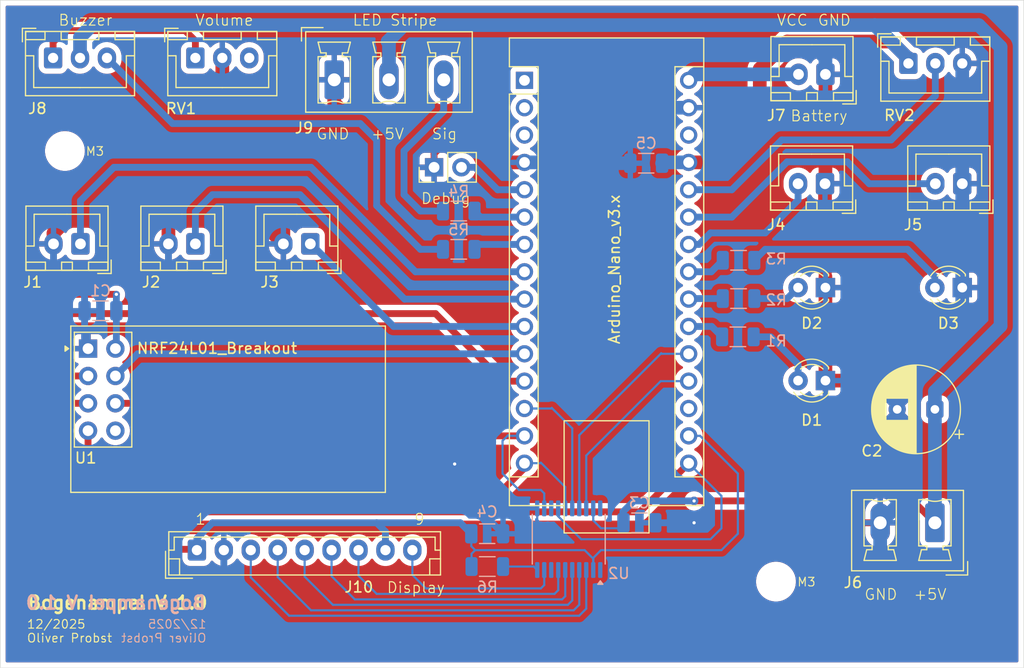
<source format=kicad_pcb>
(kicad_pcb (version 20241229) (generator "pcbnew") (generator_version "9.0")
  (title_block (comment 4 "AISLER Project ID: RWVXBLPV"))
  (layers (0 "F.Cu" signal) (2 "B.Cu" signal) (13 "F.Paste" user) (15 "B.Paste" user) (5 "F.SilkS" user "F.Silkscreen") (7 "B.SilkS" user "B.Silkscreen") (1 "F.Mask" user) (3 "B.Mask" user) (25 "Edge.Cuts" user))
  (net 0 "")
  (net 1 "/UI_RES")
  (net 2 "/CE_NRF")
  (net 3 "Net-(A2-A4)")
  (net 5 "/SPI.MISO")
  (net 6 "-BATT")
  (net 7 "Net-(A2-D4)")
  (net 10 "Net-(A2-A7)")
  (net 11 "Net-(A2-A2)")
  (net 12 "Net-(A2-D2)")
  (net 13 "/SPI.SCK")
  (net 14 "Net-(A2-D7)")
  (net 15 "Net-(A2-D5)")
  (net 17 "Net-(A2-A5)")
  (net 18 "/UI_DC{slash}RS")
  (net 19 "Net-(A2-D3)")
  (net 20 "/CS_NRF")
  (net 21 "/SPI.MOSI")
  (net 22 "Net-(A2-A3)")
  (net 23 "+3.3V")
  (net 24 "Net-(A2-A6)")
  (net 25 "+5V")
  (net 26 "+BATT")
  (net 27 "Net-(A2-D6)")
  (net 29 "Net-(U2-OE)")
  (net 30 "Net-(D1-A)")
  (net 31 "Net-(D2-A)")
  (net 32 "Net-(D3-A)")
  (net 33 "Net-(J8-Pin_3)")
  (net 34 "Net-(J8-Pin_1)")
  (net 37 "/<NO NET>")
  (net 38 "/DSPL_DC{slash}RS")
  (net 39 "/DSPL_MISO")
  (net 43 "/DSPL_RES")
  (net 44 "/DSPL_SCK")
  (net 46 "/DSPL_MOSI")
  (net 47 "/DSPL_CS")
  (net 48 "Net-(J9-Pin_3)")
  (footprint "LED_THT:LED_D3.0mm" (layer "F.Cu") (at 164.592 84.328 180)
    (property "Reference" "D1" (at 1.27 -3.672 0) (layer "F.SilkS"))
    (property "Value" "LED")
    (pad "1" thru_hole rect (at 0 0 180) (size 1.8 1.8) (drill 0.9) (layers "*.Cu" "*.Mask") (net 6 "-BATT"))
    (pad "2" thru_hole circle (at 2.54 0 180) (size 1.8 1.8) (drill 0.9) (layers "*.Cu" "*.Mask") (net 30 "Net-(D1-A)"))
  )
  (footprint "RF_Module:nRF24L01_Breakout" (layer "F.Cu") (at 96.1465 81.359)
    (property "Reference" "U1" (at -0.2185 10.157 0) (layer "F.SilkS"))
    (property "Value" "NRF24L01_Breakout" (at 11.9735 -0.031 0) (layer "F.SilkS"))
    (pad "1" thru_hole rect (at 0 0) (size 1.7 1.7) (drill 1) (layers "*.Cu" "*.Mask") (net 6 "-BATT"))
    (pad "2" thru_hole circle (at 2.54 0) (size 1.7 1.7) (drill 1) (layers "*.Cu" "*.Mask") (net 23 "+3.3V"))
    (pad "3" thru_hole circle (at 0 2.54) (size 1.7 1.7) (drill 1) (layers "*.Cu" "*.Mask") (net 2 "/CE_NRF"))
    (pad "4" thru_hole circle (at 2.54 2.54) (size 1.7 1.7) (drill 1) (layers "*.Cu" "*.Mask") (net 20 "/CS_NRF"))
    (pad "5" thru_hole circle (at 0 5.08) (size 1.7 1.7) (drill 1) (layers "*.Cu" "*.Mask") (net 13 "/SPI.SCK"))
    (pad "6" thru_hole circle (at 2.54 5.08) (size 1.7 1.7) (drill 1) (layers "*.Cu" "*.Mask") (net 5 "/SPI.MISO"))
    (pad "7" thru_hole circle (at 0 7.62) (size 1.7 1.7) (drill 1) (layers "*.Cu" "*.Mask") (net 21 "/SPI.MOSI"))
    (pad "8" thru_hole circle (at 2.54 7.62) (size 1.7 1.7) (drill 1) (layers "*.Cu" "*.Mask"))
  )
  (footprint "Connector_JST:JST_XH_B2B-XH-A_1x02_P2.50mm_Vertical" (layer "F.Cu") (at 95.4425 71.628 180)
    (property "Reference" "J1" (at 4.4425 -3.55 180) (layer "F.SilkS"))
    (property "Value" "Input 1")
    (pad "1" thru_hole roundrect (at 0 0 180) (size 1.7 2) (drill 1) (layers "*.Cu" "*.Mask") (roundrect_rratio 0.147059) (net 15 "Net-(A2-D5)"))
    (pad "2" thru_hole oval (at 2.5 0 180) (size 1.7 2) (drill 1) (layers "*.Cu" "*.Mask") (net 6 "-BATT"))
  )
  (footprint "Module:Arduino_Nano" (layer "F.Cu") (at 136.656 56.44)
    (property "Reference" "A2" (hide yes))
    (property "Value" "Arduino_Nano_v3.x" (at 8.344 17.56 90) (layer "F.SilkS"))
    (pad "1" thru_hole rect (at 0 0) (size 1.6 1.6) (drill 1) (layers "*.Cu" "*.Mask"))
    (pad "2" thru_hole oval (at 0 2.54) (size 1.6 1.6) (drill 1) (layers "*.Cu" "*.Mask"))
    (pad "3" thru_hole oval (at 0 5.08) (size 1.6 1.6) (drill 1) (layers "*.Cu" "*.Mask"))
    (pad "4" thru_hole oval (at 0 7.62) (size 1.6 1.6) (drill 1) (layers "*.Cu" "*.Mask") (net 6 "-BATT"))
    (pad "5" thru_hole oval (at 0 10.16) (size 1.6 1.6) (drill 1) (layers "*.Cu" "*.Mask") (net 12 "Net-(A2-D2)"))
    (pad "6" thru_hole oval (at 0 12.7) (size 1.6 1.6) (drill 1) (layers "*.Cu" "*.Mask") (net 19 "Net-(A2-D3)"))
    (pad "7" thru_hole oval (at 0 15.24) (size 1.6 1.6) (drill 1) (layers "*.Cu" "*.Mask") (net 7 "Net-(A2-D4)"))
    (pad "8" thru_hole oval (at 0 17.78) (size 1.6 1.6) (drill 1) (layers "*.Cu" "*.Mask") (net 15 "Net-(A2-D5)"))
    (pad "9" thru_hole oval (at 0 20.32) (size 1.6 1.6) (drill 1) (layers "*.Cu" "*.Mask") (net 27 "Net-(A2-D6)"))
    (pad "10" thru_hole oval (at 0 22.86) (size 1.6 1.6) (drill 1) (layers "*.Cu" "*.Mask") (net 14 "Net-(A2-D7)"))
    (pad "11" thru_hole oval (at 0 25.4) (size 1.6 1.6) (drill 1) (layers "*.Cu" "*.Mask") (net 20 "/CS_NRF"))
    (pad "12" thru_hole oval (at 0 27.94) (size 1.6 1.6) (drill 1) (layers "*.Cu" "*.Mask") (net 2 "/CE_NRF"))
    (pad "13" thru_hole oval (at 0 30.48) (size 1.6 1.6) (drill 1) (layers "*.Cu" "*.Mask") (net 18 "/UI_DC{slash}RS"))
    (pad "14" thru_hole oval (at 0 33.02) (size 1.6 1.6) (drill 1) (layers "*.Cu" "*.Mask") (net 5 "/SPI.MISO"))
    (pad "15" thru_hole oval (at 0 35.56) (size 1.6 1.6) (drill 1) (layers "*.Cu" "*.Mask") (net 21 "/SPI.MOSI"))
    (pad "16" thru_hole oval (at 15.24 35.56) (size 1.6 1.6) (drill 1) (layers "*.Cu" "*.Mask") (net 13 "/SPI.SCK"))
    (pad "17" thru_hole oval (at 15.24 33.02) (size 1.6 1.6) (drill 1) (layers "*.Cu" "*.Mask") (net 23 "+3.3V"))
    (pad "18" thru_hole oval (at 15.24 30.48) (size 1.6 1.6) (drill 1) (layers "*.Cu" "*.Mask"))
    (pad "19" thru_hole oval (at 15.24 27.94) (size 1.6 1.6) (drill 1) (layers "*.Cu" "*.Mask") (net 37 "/<NO NET>"))
    (pad "20" thru_hole oval (at 15.24 25.4) (size 1.6 1.6) (drill 1) (layers "*.Cu" "*.Mask") (net 1 "/UI_RES"))
    (pad "21" thru_hole oval (at 15.24 22.86) (size 1.6 1.6) (drill 1) (layers "*.Cu" "*.Mask") (net 11 "Net-(A2-A2)"))
    (pad "22" thru_hole oval (at 15.24 20.32) (size 1.6 1.6) (drill 1) (layers "*.Cu" "*.Mask") (net 22 "Net-(A2-A3)"))
    (pad "23" thru_hole oval (at 15.24 17.78) (size 1.6 1.6) (drill 1) (layers "*.Cu" "*.Mask") (net 3 "Net-(A2-A4)"))
    (pad "24" thru_hole oval (at 15.24 15.24) (size 1.6 1.6) (drill 1) (layers "*.Cu" "*.Mask") (net 17 "Net-(A2-A5)"))
    (pad "25" thru_hole oval (at 15.24 12.7) (size 1.6 1.6) (drill 1) (layers "*.Cu" "*.Mask") (net 24 "Net-(A2-A6)"))
    (pad "26" thru_hole oval (at 15.24 10.16) (size 1.6 1.6) (drill 1) (layers "*.Cu" "*.Mask") (net 10 "Net-(A2-A7)"))
    (pad "27" thru_hole oval (at 15.24 7.62) (size 1.6 1.6) (drill 1) (layers "*.Cu" "*.Mask") (net 25 "+5V"))
    (pad "28" thru_hole oval (at 15.24 5.08) (size 1.6 1.6) (drill 1) (layers "*.Cu" "*.Mask"))
    (pad "29" thru_hole oval (at 15.24 2.54) (size 1.6 1.6) (drill 1) (layers "*.Cu" "*.Mask") (net 6 "-BATT"))
    (pad "30" thru_hole oval (at 15.24 0) (size 1.6 1.6) (drill 1) (layers "*.Cu" "*.Mask") (net 26 "+BATT"))
  )
  (footprint "MountingHole:MountingHole_3.2mm_M3_ISO14580" (layer "F.Cu") (at 160 103)
    (property "Reference" "REF**" (hide yes))
    (property "Value" "MountingHole_3.2mm_M3_ISO14580" (hide yes))
    (pad "" np_thru_hole circle (at 0 0) (size 3.2 3.2) (drill 3.2) (layers "*.Cu" "*.Mask"))
  )
  (footprint "Connector_JST:JST_EH_B9B-EH-A_1x09_P2.50mm_Vertical" (layer "F.Cu") (at 106.252 100.076)
    (property "Reference" "J10" (at 15.033 3.429 0) (layer "F.SilkS"))
    (property "Value" "Display")
    (pad "1" thru_hole roundrect (at 0 0) (size 1.7 1.95) (drill 0.95) (layers "*.Cu" "*.Mask") (roundrect_rratio 0.147059) (net 23 "+3.3V"))
    (pad "2" thru_hole oval (at 2.5 0) (size 1.7 1.95) (drill 0.95) (layers "*.Cu" "*.Mask") (net 6 "-BATT"))
    (pad "3" thru_hole oval (at 5 0) (size 1.7 1.95) (drill 0.95) (layers "*.Cu" "*.Mask") (net 47 "/DSPL_CS"))
    (pad "4" thru_hole oval (at 7.5 0) (size 1.7 1.95) (drill 0.95) (layers "*.Cu" "*.Mask") (net 43 "/DSPL_RES"))
    (pad "5" thru_hole oval (at 10 0) (size 1.7 1.95) (drill 0.95) (layers "*.Cu" "*.Mask") (net 38 "/DSPL_DC{slash}RS"))
    (pad "6" thru_hole oval (at 12.5 0) (size 1.7 1.95) (drill 0.95) (layers "*.Cu" "*.Mask") (net 46 "/DSPL_MOSI"))
    (pad "7" thru_hole oval (at 15 0) (size 1.7 1.95) (drill 0.95) (layers "*.Cu" "*.Mask") (net 44 "/DSPL_SCK"))
    (pad "8" thru_hole oval (at 17.5 0) (size 1.7 1.95) (drill 0.95) (layers "*.Cu" "*.Mask") (net 23 "+3.3V"))
    (pad "9" thru_hole oval (at 20 0) (size 1.7 1.95) (drill 0.95) (layers "*.Cu" "*.Mask") (net 39 "/DSPL_MISO"))
  )
  (footprint "LED_THT:LED_D3.0mm" (layer "F.Cu") (at 164.592 75.692 180)
    (property "Reference" "D2" (at 1.27 -3.308 0) (layer "F.SilkS"))
    (property "Value" "LED")
    (pad "1" thru_hole rect (at 0 0 180) (size 1.8 1.8) (drill 0.9) (layers "*.Cu" "*.Mask") (net 6 "-BATT"))
    (pad "2" thru_hole circle (at 2.54 0 180) (size 1.8 1.8) (drill 0.9) (layers "*.Cu" "*.Mask") (net 31 "Net-(D2-A)"))
  )
  (footprint "Connector_Phoenix_MC_HighVoltage:PhoenixContact_MCV_1,5_3-G-5.08_1x03_P5.08mm_Vertical" (layer "F.Cu") (at 118.9985 56.388)
    (property "Reference" "J9" (at -2.804 4.476 0) (layer "F.SilkS"))
    (property "Value" "WS2812B Stripe Timer")
    (pad "1" thru_hole roundrect (at 0 0) (size 1.8 3.6) (drill 1.2) (layers "*.Cu" "*.Mask") (roundrect_rratio 0.138889) (net 6 "-BATT"))
    (pad "2" thru_hole oval (at 5.08 0) (size 1.8 3.6) (drill 1.2) (layers "*.Cu" "*.Mask") (net 25 "+5V"))
    (pad "3" thru_hole oval (at 10.16 0) (size 1.8 3.6) (drill 1.2) (layers "*.Cu" "*.Mask") (net 48 "Net-(J9-Pin_3)"))
  )
  (footprint "Connector_JST:JST_XH_B3B-XH-A_1x03_P2.50mm_Vertical" (layer "F.Cu") (at 106.1105 54.356)
    (property "Reference" "RV1" (at -1.3355 4.699 0) (layer "F.SilkS"))
    (property "Value" "R_Potentiometer")
    (pad "1" thru_hole roundrect (at 0 0) (size 1.7 1.95) (drill 0.95) (layers "*.Cu" "*.Mask") (roundrect_rratio 0.147059) (net 34 "Net-(J8-Pin_1)"))
    (pad "2" thru_hole oval (at 2.5 0) (size 1.7 1.95) (drill 0.95) (layers "*.Cu" "*.Mask") (net 6 "-BATT"))
    (pad "3" thru_hole oval (at 5 0) (size 1.7 1.95) (drill 0.95) (layers "*.Cu" "*.Mask"))
  )
  (footprint "LED_THT:LED_D3.0mm" (layer "F.Cu") (at 177.292 75.692 180)
    (property "Reference" "D3" (at 1.292 -3.308 0) (layer "F.SilkS"))
    (property "Value" "LED")
    (pad "1" thru_hole rect (at 0 0 180) (size 1.8 1.8) (drill 0.9) (layers "*.Cu" "*.Mask") (net 6 "-BATT"))
    (pad "2" thru_hole circle (at 2.54 0 180) (size 1.8 1.8) (drill 0.9) (layers "*.Cu" "*.Mask") (net 32 "Net-(D3-A)"))
  )
  (footprint "Connector_PinHeader_2.54mm:PinHeader_1x02_P2.54mm_Vertical" (layer "F.Cu") (at 128.265 64.516 90)
    (property "Reference" "JD1" (hide yes))
    (property "Value" "Debug")
    (pad "1" thru_hole rect (at 0 0 90) (size 1.7 1.7) (drill 1) (layers "*.Cu" "*.Mask") (net 6 "-BATT"))
    (pad "2" thru_hole circle (at 0 2.54 90) (size 1.7 1.7) (drill 1) (layers "*.Cu" "*.Mask") (net 12 "Net-(A2-D2)"))
  )
  (footprint "Connector_Phoenix_MC_HighVoltage:PhoenixContact_MCV_1,5_2-G-5.08_1x02_P5.08mm_Vertical" (layer "F.Cu") (at 174.752 97.536 180)
    (property "Reference" "J6" (at 7.6075 -5.55 0) (layer "F.SilkS"))
    (property "Value" "Power Bank")
    (pad "1" thru_hole roundrect (at 0 0 180) (size 1.8 3.6) (drill 1.2) (layers "*.Cu" "*.Mask") (roundrect_rratio 0.138889) (net 25 "+5V"))
    (pad "2" thru_hole oval (at 5.08 0 180) (size 1.8 3.6) (drill 1.2) (layers "*.Cu" "*.Mask") (net 6 "-BATT"))
  )
  (footprint "Connector_JST:JST_XH_B2B-XH-A_1x02_P2.50mm_Vertical" (layer "F.Cu") (at 164.552 66.04 180)
    (property "Reference" "J4" (at 4.532 -3.81 0) (layer "F.SilkS"))
    (property "Value" "Input 4")
    (pad "1" thru_hole roundrect (at 0 0 180) (size 1.7 2) (drill 1) (layers "*.Cu" "*.Mask") (roundrect_rratio 0.147059) (net 6 "-BATT"))
    (pad "2" thru_hole oval (at 2.5 0 180) (size 1.7 2) (drill 1) (layers "*.Cu" "*.Mask") (net 17 "Net-(A2-A5)"))
  )
  (footprint "Connector_JST:JST_XH_B2B-XH-A_1x02_P2.50mm_Vertical" (layer "F.Cu") (at 177.292 66.04 180)
    (property "Reference" "J5" (at 4.572 -3.81 0) (layer "F.SilkS"))
    (property "Value" "Input 5")
    (pad "1" thru_hole roundrect (at 0 0 180) (size 1.7 2) (drill 1) (layers "*.Cu" "*.Mask") (roundrect_rratio 0.147059) (net 6 "-BATT"))
    (pad "2" thru_hole oval (at 2.5 0 180) (size 1.7 2) (drill 1) (layers "*.Cu" "*.Mask") (net 24 "Net-(A2-A6)"))
  )
  (footprint "Connector_JST:JST_XH_B3B-XH-A_1x03_P2.50mm_Vertical" (layer "F.Cu") (at 172.292 54.864)
    (property "Reference" "RV2" (at -0.842 4.826 0) (layer "F.SilkS"))
    (property "Value" "Input 6")
    (pad "1" thru_hole roundrect (at 0 0) (size 1.7 1.95) (drill 0.95) (layers "*.Cu" "*.Mask") (roundrect_rratio 0.147059) (net 25 "+5V"))
    (pad "2" thru_hole oval (at 2.5 0) (size 1.7 1.95) (drill 0.95) (layers "*.Cu" "*.Mask") (net 10 "Net-(A2-A7)"))
    (pad "3" thru_hole oval (at 5 0) (size 1.7 1.95) (drill 0.95) (layers "*.Cu" "*.Mask") (net 6 "-BATT"))
  )
  (footprint "Connector_JST:JST_XH_B2B-XH-A_1x02_P2.50mm_Vertical" (layer "F.Cu") (at 116.7785 71.628 180)
    (property "Reference" "J3" (at 3.7785 -3.55 180) (layer "F.SilkS"))
    (property "Value" "Input 3")
    (pad "1" thru_hole roundrect (at 0 0 180) (size 1.7 2) (drill 1) (layers "*.Cu" "*.Mask") (roundrect_rratio 0.147059) (net 14 "Net-(A2-D7)"))
    (pad "2" thru_hole oval (at 2.5 0 180) (size 1.7 2) (drill 1) (layers "*.Cu" "*.Mask") (net 6 "-BATT"))
  )
  (footprint "MountingHole:MountingHole_3.2mm_M3_ISO14580" (layer "F.Cu") (at 94 63)
    (property "Reference" "REF**" (hide yes))
    (property "Value" "MountingHole_3.2mm_M3_ISO14580" (hide yes))
    (pad "" np_thru_hole circle (at 0 0) (size 3.2 3.2) (drill 3.2) (layers "*.Cu" "*.Mask"))
  )
  (footprint "Connector_JST:JST_XH_B2B-XH-A_1x02_P2.50mm_Vertical" (layer "F.Cu") (at 106.1105 71.628 180)
    (property "Reference" "J2" (at 4.1105 -3.55 180) (layer "F.SilkS"))
    (property "Value" "Input 2")
    (pad "1" thru_hole roundrect (at 0 0 180) (size 1.7 2) (drill 1) (layers "*.Cu" "*.Mask") (roundrect_rratio 0.147059) (net 27 "Net-(A2-D6)"))
    (pad "2" thru_hole oval (at 2.5 0 180) (size 1.7 2) (drill 1) (layers "*.Cu" "*.Mask") (net 6 "-BATT"))
  )
  (footprint "Connector_JST:JST_XH_B2B-XH-A_1x02_P2.50mm_Vertical" (layer "F.Cu") (at 164.592 55.88 180)
    (property "Reference" "J7" (at 4.572 -3.81 0) (layer "F.SilkS"))
    (property "Value" "Battery" (hide yes))
    (pad "1" thru_hole roundrect (at 0 0 180) (size 1.7 2) (drill 1) (layers "*.Cu" "*.Mask") (roundrect_rratio 0.147059) (net 6 "-BATT"))
    (pad "2" thru_hole oval (at 2.5 0 180) (size 1.7 2) (drill 1) (layers "*.Cu" "*.Mask") (net 26 "+BATT"))
  )
  (footprint "Connector_JST:JST_XH_B3B-XH-A_1x03_P2.50mm_Vertical" (layer "F.Cu") (at 92.9025 54.356)
    (property "Reference" "J8" (at -1.4625 4.699 0) (layer "F.SilkS"))
    (property "Value" "KY-006")
    (pad "1" thru_hole roundrect (at 0 0) (size 1.7 1.95) (drill 0.95) (layers "*.Cu" "*.Mask") (roundrect_rratio 0.147059) (net 34 "Net-(J8-Pin_1)"))
    (pad "2" thru_hole oval (at 2.5 0) (size 1.7 1.95) (drill 0.95) (layers "*.Cu" "*.Mask") (net 25 "+5V"))
    (pad "3" thru_hole oval (at 5 0) (size 1.7 1.95) (drill 0.95) (layers "*.Cu" "*.Mask") (net 33 "Net-(J8-Pin_3)"))
  )
  (footprint "Capacitor_THT:CP_Radial_D8.0mm_P3.50mm" (layer "F.Cu") (at 174.752 87 180)
    (property "Reference" "C2" (at 5.848651 -3.864 0) (layer "F.SilkS"))
    (property "Value" "1000µF")
    (pad "1" thru_hole roundrect (at 0 0 180) (size 1.6 1.6) (drill 0.8) (layers "*.Cu" "*.Mask") (roundrect_rratio 0.15625) (net 25 "+5V"))
    (pad "2" thru_hole circle (at 3.5 0 180) (size 1.6 1.6) (drill 0.8) (layers "*.Cu" "*.Mask") (net 6 "-BATT"))
  )
  (footprint "Capacitor_SMD:C_1206_3216Metric" (layer "B.Cu") (at 97.301 77.84 180)
    (property "Reference" "C1" (at 0 1.85 0) (layer "B.SilkS") (effects (justify mirror)))
    (property "Value" "10µF")
    (pad "1" smd roundrect (at -1.475 0 180) (size 1.15 1.8) (layers "B.Cu" "B.Mask" "B.Paste") (roundrect_rratio 0.217391) (net 23 "+3.3V"))
    (pad "2" smd roundrect (at 1.475 0 180) (size 1.15 1.8) (layers "B.Cu" "B.Mask" "B.Paste") (roundrect_rratio 0.217391) (net 6 "-BATT"))
  )
  (footprint "Resistor_SMD:R_1206_3216Metric" (layer "B.Cu") (at 130.556 68.58 180)
    (property "Reference" "R4" (at 0 1.83 0) (layer "B.SilkS") (effects (justify mirror)))
    (property "Value" "330Ω")
    (pad "1" smd roundrect (at -1.4625 0 180) (size 1.125 1.75) (layers "B.Cu" "B.Mask" "B.Paste") (roundrect_rratio 0.222222) (net 19 "Net-(A2-D3)"))
    (pad "2" smd roundrect (at 1.4625 0 180) (size 1.125 1.75) (layers "B.Cu" "B.Mask" "B.Paste") (roundrect_rratio 0.222222) (net 48 "Net-(J9-Pin_3)"))
  )
  (footprint "Resistor_SMD:R_1206_3216Metric" (layer "B.Cu") (at 156.5255 76.708)
    (property "Reference" "R2" (at 3.4945 0.127 0) (layer "B.SilkS") (effects (justify mirror)))
    (property "Value" "330Ω")
    (pad "1" smd roundrect (at -1.4625 0) (size 1.125 1.75) (layers "B.Cu" "B.Mask" "B.Paste") (roundrect_rratio 0.222222) (net 22 "Net-(A2-A3)"))
    (pad "2" smd roundrect (at 1.4625 0) (size 1.125 1.75) (layers "B.Cu" "B.Mask" "B.Paste") (roundrect_rratio 0.222222) (net 31 "Net-(D2-A)"))
  )
  (footprint "Capacitor_SMD:C_1206_3216Metric" (layer "B.Cu") (at 133.194 98.552)
    (property "Reference" "C4" (at 0 -2.032 0) (layer "B.SilkS") (effects (justify mirror)))
    (property "Value" "100nF")
    (pad "1" smd roundrect (at -1.475 0) (size 1.15 1.8) (layers "B.Cu" "B.Mask" "B.Paste") (roundrect_rratio 0.217391) (net 23 "+3.3V"))
    (pad "2" smd roundrect (at 1.475 0) (size 1.15 1.8) (layers "B.Cu" "B.Mask" "B.Paste") (roundrect_rratio 0.217391) (net 6 "-BATT"))
  )
  (footprint "Resistor_SMD:R_1206_3216Metric" (layer "B.Cu") (at 133.2065 101.6 180)
    (property "Reference" "R6" (at 0 -1.905 0) (layer "B.SilkS") (effects (justify mirror)))
    (property "Value" "10kΩ")
    (pad "1" smd roundrect (at -1.4625 0 180) (size 1.125 1.75) (layers "B.Cu" "B.Mask" "B.Paste") (roundrect_rratio 0.222222) (net 29 "Net-(U2-OE)"))
    (pad "2" smd roundrect (at 1.4625 0 180) (size 1.125 1.75) (layers "B.Cu" "B.Mask" "B.Paste") (roundrect_rratio 0.222222) (net 23 "+3.3V"))
  )
  (footprint "Capacitor_SMD:C_1206_3216Metric" (layer "B.Cu") (at 147.955 64.135 180)
    (property "Reference" "C5" (at 0 1.85 0) (layer "B.SilkS") (effects (justify mirror)))
    (property "Value" "100nF")
    (pad "1" smd roundrect (at -1.475 0 180) (size 1.15 1.8) (layers "B.Cu" "B.Mask" "B.Paste") (roundrect_rratio 0.217391) (net 25 "+5V"))
    (pad "2" smd roundrect (at 1.475 0 180) (size 1.15 1.8) (layers "B.Cu" "B.Mask" "B.Paste") (roundrect_rratio 0.217391) (net 6 "-BATT"))
  )
  (footprint "Resistor_SMD:R_1206_3216Metric" (layer "B.Cu") (at 156.464 80.264)
    (property "Reference" "R1" (at 3.556 0.381 0) (layer "B.SilkS") (effects (justify mirror)))
    (property "Value" "330Ω")
    (pad "1" smd roundrect (at -1.4625 0) (size 1.125 1.75) (layers "B.Cu" "B.Mask" "B.Paste") (roundrect_rratio 0.222222) (net 11 "Net-(A2-A2)"))
    (pad "2" smd roundrect (at 1.4625 0) (size 1.125 1.75) (layers "B.Cu" "B.Mask" "B.Paste") (roundrect_rratio 0.222222) (net 30 "Net-(D1-A)"))
  )
  (footprint "Resistor_SMD:R_1206_3216Metric" (layer "B.Cu") (at 156.5255 73.152)
    (property "Reference" "R3" (at 3.4945 -0.127 0) (layer "B.SilkS") (effects (justify mirror)))
    (property "Value" "330Ω")
    (pad "1" smd roundrect (at -1.4625 0) (size 1.125 1.75) (layers "B.Cu" "B.Mask" "B.Paste") (roundrect_rratio 0.222222) (net 3 "Net-(A2-A4)"))
    (pad "2" smd roundrect (at 1.4625 0) (size 1.125 1.75) (layers "B.Cu" "B.Mask" "B.Paste") (roundrect_rratio 0.222222) (net 32 "Net-(D3-A)"))
  )
  (footprint "Resistor_SMD:R_1206_3216Metric" (layer "B.Cu") (at 130.556 72.136 180)
    (property "Reference" "R5" (at 0 1.83 0) (layer "B.SilkS") (effects (justify mirror)))
    (property "Value" "100Ω")
    (pad "1" smd roundrect (at -1.4625 0 180) (size 1.125 1.75) (layers "B.Cu" "B.Mask" "B.Paste") (roundrect_rratio 0.222222) (net 7 "Net-(A2-D4)"))
    (pad "2" smd roundrect (at 1.4625 0 180) (size 1.125 1.75) (layers "B.Cu" "B.Mask" "B.Paste") (roundrect_rratio 0.222222) (net 33 "Net-(J8-Pin_3)"))
  )
  (footprint "Capacitor_SMD:C_1206_3216Metric" (layer "B.Cu") (at 147.32 97.536 180)
    (property "Reference" "C3" (at 0 1.85 0) (layer "B.SilkS") (effects (justify mirror)))
    (property "Value" "100nF")
    (pad "1" smd roundrect (at -1.475 0 180) (size 1.15 1.8) (layers "B.Cu" "B.Mask" "B.Paste") (roundrect_rratio 0.217391) (net 6 "-BATT"))
    (pad "2" smd roundrect (at 1.475 0 180) (size 1.15 1.8) (layers "B.Cu" "B.Mask" "B.Paste") (roundrect_rratio 0.217391) (net 25 "+5V"))
  )
  (footprint "Package_SO:TSSOP-20_4.4x6.5mm_P0.65mm" (layer "B.Cu") (at 140.765 99.06 90)
    (property "Reference" "U2" (at -3.175 4.65 180) (layer "B.SilkS") (effects (justify mirror)))
    (property "Value" "TXS0108EPW")
    (pad "1" smd roundrect (at -2.8625 2.925 90) (size 1.475 0.4) (layers "B.Cu" "B.Mask" "B.Paste"))
    (pad "2" smd roundrect (at -2.8625 2.275 90) (size 1.475 0.4) (layers "B.Cu" "B.Mask" "B.Paste") (net 23 "+3.3V"))
    (pad "3" smd roundrect (at -2.8625 1.625 90) (size 1.475 0.4) (layers "B.Cu" "B.Mask" "B.Paste") (net 47 "/DSPL_CS"))
    (pad "4" smd roundrect (at -2.8625 0.975 90) (size 1.475 0.4) (layers "B.Cu" "B.Mask" "B.Paste") (net 43 "/DSPL_RES"))
    (pad "5" smd roundrect (at -2.8625 0.325 90) (size 1.475 0.4) (layers "B.Cu" "B.Mask" "B.Paste") (net 38 "/DSPL_DC{slash}RS"))
    (pad "6" smd roundrect (at -2.8625 -0.325 90) (size 1.475 0.4) (layers "B.Cu" "B.Mask" "B.Paste") (net 46 "/DSPL_MOSI"))
    (pad "7" smd roundrect (at -2.8625 -0.975 90) (size 1.475 0.4) (layers "B.Cu" "B.Mask" "B.Paste") (net 44 "/DSPL_SCK"))
    (pad "8" smd roundrect (at -2.8625 -1.625 90) (size 1.475 0.4) (layers "B.Cu" "B.Mask" "B.Paste"))
    (pad "9" smd roundrect (at -2.8625 -2.275 90) (size 1.475 0.4) (layers "B.Cu" "B.Mask" "B.Paste") (net 39 "/DSPL_MISO"))
    (pad "10" smd roundrect (at -2.8625 -2.925 90) (size 1.475 0.4) (layers "B.Cu" "B.Mask" "B.Paste") (net 29 "Net-(U2-OE)"))
    (pad "11" smd roundrect (at 2.8625 -2.925 90) (size 1.475 0.4) (layers "B.Cu" "B.Mask" "B.Paste") (net 6 "-BATT"))
    (pad "12" smd roundrect (at 2.8625 -2.275 90) (size 1.475 0.4) (layers "B.Cu" "B.Mask" "B.Paste") (net 5 "/SPI.MISO"))
    (pad "13" smd roundrect (at 2.8625 -1.625 90) (size 1.475 0.4) (layers "B.Cu" "B.Mask" "B.Paste"))
    (pad "14" smd roundrect (at 2.8625 -0.975 90) (size 1.475 0.4) (layers "B.Cu" "B.Mask" "B.Paste") (net 13 "/SPI.SCK"))
    (pad "15" smd roundrect (at 2.8625 -0.325 90) (size 1.475 0.4) (layers "B.Cu" "B.Mask" "B.Paste") (net 21 "/SPI.MOSI"))
    (pad "16" smd roundrect (at 2.8625 0.325 90) (size 1.475 0.4) (layers "B.Cu" "B.Mask" "B.Paste") (net 18 "/UI_DC{slash}RS"))
    (pad "17" smd roundrect (at 2.8625 0.975 90) (size 1.475 0.4) (layers "B.Cu" "B.Mask" "B.Paste") (net 1 "/UI_RES"))
    (pad "18" smd roundrect (at 2.8625 1.625 90) (size 1.475 0.4) (layers "B.Cu" "B.Mask" "B.Paste") (net 37 "/<NO NET>"))
    (pad "19" smd roundrect (at 2.8625 2.275 90) (size 1.475 0.4) (layers "B.Cu" "B.Mask" "B.Paste") (net 25 "+5V"))
    (pad "20" smd roundrect (at 2.8625 2.925 90) (size 1.475 0.4) (layers "B.Cu" "B.Mask" "B.Paste"))
  )
  (gr_rect (start 88 49) (end 183 111) (stroke (width 0.05)) (fill no) (layer "Edge.Cuts"))
  (gr_text "Buzzer\n" (at 93.345 51.435 0) (layer "F.SilkS") (effects (font (size 1 1) (thickness 0.1)) (justify left bottom)))
  (gr_text "1" (at 106.045 97.79 0) (layer "F.SilkS") (effects (font (size 1 1) (thickness 0.1)) (justify left bottom)))
  (gr_text "9" (at 126.365 97.79 0) (layer "F.SilkS") (effects (font (size 1 1) (thickness 0.1)) (justify left bottom)))
  (gr_text "GND" (at 117.2865 62 0) (layer "F.SilkS") (effects (font (size 1 1) (thickness 0.1)) (justify left bottom)))
  (gr_text "Volume" (at 106.045 51.435 0) (layer "F.SilkS") (effects (font (size 1 1) (thickness 0.1)) (justify left bottom)))
  (gr_text "GND" (at 168.148 104.775 0) (layer "F.SilkS") (effects (font (size 1 1) (thickness 0.1)) (justify left bottom)))
  (gr_text "+5V" (at 122.3665 62 0) (layer "F.SilkS") (effects (font (size 1 1) (thickness 0.1)) (justify left bottom)))
  (gr_text "M3" (at 161.925 103.505 0) (layer "F.SilkS") (effects (font (size 0.8 0.8) (thickness 0.1)) (justify left bottom)))
  (gr_text "LED Stripe" (at 120.65 51.435 0) (layer "F.SilkS") (effects (font (size 1 1) (thickness 0.1)) (justify left bottom)))
  (gr_text "GND" (at 163.83 51.435 0) (layer "F.SilkS") (effects (font (size 1 1) (thickness 0.1)) (justify left bottom)))
  (gr_text "Sig" (at 128 62 0) (layer "F.SilkS") (effects (font (size 1 1) (thickness 0.1)) (justify left bottom)))
  (gr_text "Battery" (at 161.29 60.325 0) (layer "F.SilkS") (effects (font (size 1 1) (thickness 0.1)) (justify left bottom)))
  (gr_text "VCC" (at 160.02 51.435 0) (layer "F.SilkS") (effects (font (size 1 1) (thickness 0.1)) (justify left bottom)))
  (gr_text "Debug" (at 127 68 0) (layer "F.SilkS") (effects (font (size 1 1) (thickness 0.1)) (justify left bottom)))
  (gr_text "Bogenampel V 1.0" (at 90.424 105.664 0) (layer "F.SilkS") (effects (font (size 1.2 1.2) (thickness 0.24) (bold yes)) (justify left bottom)))
  (gr_text "Display" (at 123.825 104.14 0) (layer "F.SilkS") (effects (font (size 1 1) (thickness 0.1)) (justify left bottom)))
  (gr_text "M3" (at 95.885 63.5 0) (layer "F.SilkS") (effects (font (size 0.8 0.8) (thickness 0.1)) (justify left bottom)))
  (gr_text "12/2025\nOliver Probst" (at 90.424 108.712 0) (layer "F.SilkS") (effects (font (size 0.8 0.8) (thickness 0.1)) (justify left bottom)))
  (gr_text "+5V" (at 172.72 104.775 0) (layer "F.SilkS") (effects (font (size 1 1) (thickness 0.1)) (justify left bottom)))
  (gr_text "12/2025\nOliver Probst" (at 107.188 108.712 0) (layer "B.SilkS") (effects (font (size 0.8 0.8) (thickness 0.1)) (justify left bottom mirror)))
  (gr_text "Bogenampel V 1.0" (at 107.188 105.664 -0) (layer "B.SilkS") (effects (font (size 1.2 1.2) (thickness 0.24) (bold yes)) (justify left bottom mirror)))
  (segment (start 149.352 81.788) (end 149.404 81.84) (width 0.2) (layer "B.Cu") (net 1))
  (segment (start 141.74 96.1975) (end 141.74 89.4) (width 0.2) (layer "B.Cu") (net 1))
  (segment (start 149.404 81.84) (end 151.896 81.84) (width 0.2) (layer "B.Cu") (net 1))
  (segment (start 141.74 89.4) (end 149.352 81.788) (width 0.2) (layer "B.Cu") (net 1))
  (segment (start 94.105282 78.105) (end 128.397 78.105) (width 0.635) (layer "F.Cu") (net 2))
  (segment (start 93.732 83.899) (end 92.71 82.877) (width 0.635) (layer "F.Cu") (net 2))
  (segment (start 92.71 79.500282) (end 94.105282 78.105) (width 0.635) (layer "F.Cu") (net 2))
  (segment (start 96.1465 83.899) (end 93.732 83.899) (width 0.635) (layer "F.Cu") (net 2))
  (segment (start 128.397 78.105) (end 134.672 84.38) (width 0.635) (layer "F.Cu") (net 2))
  (segment (start 134.672 84.38) (end 136.656 84.38) (width 0.635) (layer "F.Cu") (net 2))
  (segment (start 92.71 82.877) (end 92.71 79.500282) (width 0.635) (layer "F.Cu") (net 2))
  (segment (start 153.995 74.22) (end 155.063 73.152) (width 0.635) (layer "B.Cu") (net 3))
  (segment (start 151.896 74.22) (end 153.995 74.22) (width 0.635) (layer "B.Cu") (net 3))
  (segment (start 100.263 86.439) (end 98.6865 86.439) (width 0.635) (layer "F.Cu") (net 5))
  (segment (start 103.284 89.46) (end 100.263 86.439) (width 0.635) (layer "F.Cu") (net 5))
  (segment (start 136.656 89.46) (end 103.284 89.46) (width 0.635) (layer "F.Cu") (net 5))
  (segment (start 135.18 89.46) (end 136.656 89.46) (width 0.2) (layer "B.Cu") (net 5))
  (segment (start 138.49 94.802) (end 138.176 94.488) (width 0.2) (layer "B.Cu") (net 5))
  (segment (start 134.62 92.964) (end 134.62 89.916) (width 0.2) (layer "B.Cu") (net 5))
  (segment (start 134.62 89.916) (end 135.128 89.408) (width 0.2) (layer "B.Cu") (net 5))
  (segment (start 135.128 89.408) (end 135.18 89.46) (width 0.2) (layer "B.Cu") (net 5))
  (segment (start 138.49 96.1975) (end 138.49 94.802) (width 0.2) (layer "B.Cu") (net 5))
  (segment (start 138.176 94.488) (end 136.144 94.488) (width 0.2) (layer "B.Cu") (net 5))
  (segment (start 136.144 94.488) (end 134.62 92.964) (width 0.2) (layer "B.Cu") (net 5))
  (segment (start 152.4 97.536) (end 169.672 97.536) (width 0.635) (layer "F.Cu") (net 6))
  (segment (start 164.592 74.676) (end 164.592 82.804) (width 1.27) (layer "F.Cu") (net 6))
  (segment (start 103.6105 69.1095) (end 103.6105 71.628) (width 1.27) (layer "F.Cu") (net 6))
  (segment (start 114.2785 64.4945) (end 114.2785 71.628) (width 1.27) (layer "F.Cu") (net 6))
  (segment (start 164.592 55.88) (end 164.592 66) (width 1.27) (layer "F.Cu") (net 6))
  (segment (start 135.18 64.06) (end 132.588 61.468) (width 1.27) (layer "F.Cu") (net 6))
  (segment (start 128.265 64.516) (end 128.265 63.251) (width 0.635) (layer "F.Cu") (net 6))
  (segment (start 111.252 61.468) (end 114.2785 64.4945) (width 1.27) (layer "F.Cu") (net 6))
  (segment (start 170.236 84.328) (end 171.252 85.344) (width 1.27) (layer "F.Cu") (net 6))
  (segment (start 92.9425 70.6335) (end 92.9425 71.628) (width 1.27) (layer "F.Cu") (net 6))
  (segment (start 121.92 61.468) (end 118.9985 58.5465) (width 1.27) (layer "F.Cu") (net 6))
  (segment (start 164.552 66.04) (end 164.552 74.208) (width 1.27) (layer "F.Cu") (net 6))
  (segment (start 130.048 61.468) (end 121.92 61.468) (width 1.27) (layer "F.Cu") (net 6))
  (segment (start 111.76 69.088) (end 103.632 69.088) (width 1.27) (layer "F.Cu") (net 6))
  (segment (start 108.6105 58.8265) (end 108.6105 54.356) (width 1.27) (layer "F.Cu") (net 6))
  (segment (start 114.2785 71.6065) (end 114.2785 71.628) (width 1.27) (layer "F.Cu") (net 6))
  (segment (start 111.76 69.088) (end 114.2785 71.6065) (width 1.27) (layer "F.Cu") (net 6))
  (segment (start 118.9985 58.5465) (end 118.9985 56.388) (width 1.27) (layer "F.Cu") (net 6))
  (segment (start 128.265 63.251) (end 130.048 61.468) (width 0.635) (layer "F.Cu") (net 6))
  (segment (start 103.632 69.088) (end 103.6105 69.1095) (width 1.27) (layer "F.Cu") (net 6))
  (segment (start 136.656 64.06) (end 135.18 64.06) (width 1.27) (layer "F.Cu") (net 6))
  (segment (start 164.592 66) (end 164.552 66.04) (width 1.27) (layer "F.Cu") (net 6))
  (segment (start 164.592 84.328) (end 170.236 84.328) (width 1.27) (layer "F.Cu") (net 6))
  (segment (start 164.592 82.804) (end 164.592 84.328) (width 1.27) (layer "F.Cu") (net 6))
  (segment (start 121.92 61.468) (end 111.252 61.468) (width 1.27) (layer "F.Cu") (net 6))
  (segment (start 103.6105 69.1095) (end 94.5095 69.1095) (width 1.27) (layer "F.Cu") (net 6))
  (segment (start 94.488 69.088) (end 92.9425 70.6335) (width 1.27) (layer "F.Cu") (net 6))
  (segment (start 94.5095 69.1095) (end 94.488 69.088) (width 1.27) (layer "F.Cu") (net 6))
  (segment (start 132.588 61.468) (end 130.048 61.468) (width 1.27) (layer "F.Cu") (net 6))
  (segment (start 111.252 61.468) (end 108.6105 58.8265) (width 1.27) (layer "F.Cu") (net 6))
  (via (at 130.175 92.075) (size 0.6) (drill 0.3) (layers "F.Cu" "B.Cu") (net 6))
  (via (at 152.4 97.536) (size 0.8) (drill 0.3) (layers "F.Cu" "B.Cu") (net 6))
  (segment (start 171.252 85.344) (end 177.292 79.304) (width 1.27) (layer "B.Cu") (net 6))
  (segment (start 144.22 64.06) (end 144.295 64.135) (width 1.27) (layer "B.Cu") (net 6))
  (segment (start 164.592 55.88) (end 164.592 54.356) (width 1.27) (layer "B.Cu") (net 6))
  (segment (start 148.795 97.536) (end 152.4 97.536) (width 0.635) (layer "B.Cu") (net 6))
  (segment (start 104.902 102.87) (end 108.966 102.87) (width 0.635) (layer "B.Cu") (net 6))
  (segment (start 171.252 85.344) (end 171.252 95.956) (width 1.27) (layer "B.Cu") (net 6))
  (segment (start 149.404 58.98) (end 149.3 58.98) (width 1.27) (layer "B.Cu") (net 6))
  (segment (start 104.14 99.06) (end 104.14 102.108) (width 0.635) (layer "B.Cu") (net 6))
  (segment (start 134.669 98.552) (end 132.129 96.012) (width 0.635) (layer "B.Cu") (net 6))
  (segment (start 95.826 76.414) (end 92.9425 73.5305) (width 0.635) (layer "B.Cu") (net 6))
  (segment (start 92.9425 73.5305) (end 92.9425 71.628) (width 0.635) (layer "B.Cu") (net 6))
  (segment (start 108.966 102.87) (end 114.808 108.712) (width 0.635) (layer "B.Cu") (net 6))
  (segment (start 95.826 77.84) (end 95.826 81.0385) (width 0.635) (layer "B.Cu") (net 6))
  (segment (start 137.16 98.552) (end 137.84 97.872) (width 0.2) (layer "B.Cu") (net 6))
  (segment (start 171.252 95.956) (end 169.672 97.536) (width 1.27) (layer "B.Cu") (net 6))
  (segment (start 162.56 108.712) (end 114.808 108.712) (width 1.27) (layer "B.Cu") (net 6))
  (segment (start 177.292 79.304) (end 177.292 74.676) (width 1.27) (layer "B.Cu") (net 6))
  (segment (start 108.752 100.076) (end 108.752 102.656) (width 0.635) (layer "B.Cu") (net 6))
  (segment (start 103.6105 76.1785) (end 103.6105 71.628) (width 0.635) (layer "B.Cu") (net 6))
  (segment (start 165.608 105.664) (end 162.56 108.712) (width 1.27) (layer "B.Cu") (net 6))
  (segment (start 137.84 97.872) (end 137.84 96.1975) (width 0.2) (layer "B.Cu") (net 6))
  (segment (start 104.14 102.108) (end 104.902 102.87) (width 0.635) (layer "B.Cu") (net 6))
  (segment (start 148.336 57.912) (end 149.404 58.98) (width 1.27) (layer "B.Cu") (net 6))
  (segment (start 134.669 98.552) (end 137.16 98.552) (width 0.2) (layer "B.Cu") (net 6))
  (segment (start 177.292 66.04) (end 177.292 54.864) (width 1.27) (layer "B.Cu") (net 6))
  (segment (start 107.188 96.012) (end 104.14 99.06) (width 0.635) (layer "B.Cu") (net 6))
  (segment (start 149.404 58.98) (end 151.896 58.98) (width 1.27) (layer "B.Cu") (net 6))
  (segment (start 169.672 97.536) (end 169.672 101.6) (width 1.27) (layer "B.Cu") (net 6))
  (segment (start 132.129 96.012) (end 107.188 96.012) (width 0.635) (layer "B.Cu") (net 6))
  (segment (start 177.292 74.676) (end 177.292 66.04) (width 1.27) (layer "B.Cu") (net 6))
  (segment (start 108.752 102.656) (end 108.966 102.87) (width 0.635) (layer "B.Cu") (net 6))
  (segment (start 163.576 53.34) (end 149.86 53.34) (width 1.27) (layer "B.Cu") (net 6))
  (segment (start 164.592 54.356) (end 163.576 53.34) (width 1.27) (layer "B.Cu") (net 6))
  (segment (start 144.22 64.06) (end 136.656 64.06) (width 1.27) (layer "B.Cu") (net 6))
  (segment (start 169.672 101.6) (end 165.608 105.664) (width 1.27) (layer "B.Cu") (net 6))
  (segment (start 95.826 77.84) (end 95.826 76.414) (width 0.635) (layer "B.Cu") (net 6))
  (segment (start 149.86 53.34) (end 148.336 54.864) (width 1.27) (layer "B.Cu") (net 6))
  (segment (start 148.336 54.864) (end 148.336 57.912) (width 1.27) (layer "B.Cu") (net 6))
  (segment (start 149.3 58.98) (end 144.22 64.06) (width 1.27) (layer "B.Cu") (net 6))
  (segment (start 95.826 81.0385) (end 96.1465 81.359) (width 0.635) (layer "B.Cu") (net 6))
  (segment (start 144.295 64.135) (end 146.48 64.135) (width 1.27) (layer "B.Cu") (net 6))
  (segment (start 132.4745 71.68) (end 132.0185 72.136) (width 0.635) (layer "B.Cu") (net 7))
  (segment (start 136.656 71.68) (end 132.4745 71.68) (width 0.635) (layer "B.Cu") (net 7))
  (segment (start 151.896 66.6) (end 155.904 66.6) (width 0.635) (layer "B.Cu") (net 10))
  (segment (start 170.688 61.976) (end 174.792 57.872) (width 0.635) (layer "B.Cu") (net 10))
  (segment (start 160.528 61.976) (end 170.688 61.976) (width 0.635) (layer "B.Cu") (net 10))
  (segment (start 155.904 66.6) (end 160.528 61.976) (width 0.635) (layer "B.Cu") (net 10))
  (segment (start 174.792 57.872) (end 174.792 54.356) (width 0.635) (layer "B.Cu") (net 10))
  (segment (start 151.896 79.3) (end 154.0375 79.3) (width 0.635) (layer "B.Cu") (net 11))
  (segment (start 154.0375 79.3) (end 155.0015 80.264) (width 0.635) (layer "B.Cu") (net 11))
  (segment (start 132.08 64.516) (end 130.805 64.516) (width 0.635) (layer "B.Cu") (net 12))
  (segment (start 136.656 66.6) (end 134.164 66.6) (width 0.635) (layer "B.Cu") (net 12))
  (segment (start 134.164 66.6) (end 132.08 64.516) (width 0.635) (layer "B.Cu") (net 12))
  (segment (start 95.25 96.52) (end 147.376 96.52) (width 0.635) (layer "F.Cu") (net 13))
  (segment (start 92.71 88.478) (end 92.71 93.98) (width 0.635) (layer "F.Cu") (net 13))
  (segment (start 96.1465 86.439) (end 94.749 86.439) (width 0.635) (layer "F.Cu") (net 13))
  (segment (start 92.71 93.98) (end 95.25 96.52) (width 0.635) (layer "F.Cu") (net 13))
  (segment (start 94.749 86.439) (end 92.71 88.478) (width 0.635) (layer "F.Cu") (net 13))
  (segment (start 147.376 96.52) (end 151.896 92) (width 0.635) (layer "F.Cu") (net 13))
  (segment (start 154.94 95.044) (end 151.896 92) (width 0.2) (layer "B.Cu") (net 13))
  (segment (start 139.79 96.934999) (end 141.915001 99.06) (width 0.2) (layer "B.Cu") (net 13))
  (segment (start 154.94 98.044) (end 154.94 95.044) (width 0.2) (layer "B.Cu") (net 13))
  (segment (start 153.924 99.06) (end 154.94 98.044) (width 0.2) (layer "B.Cu") (net 13))
  (segment (start 141.915001 99.06) (end 153.924 99.06) (width 0.2) (layer "B.Cu") (net 13))
  (segment (start 139.79 96.1975) (end 139.79 96.934999) (width 0.2) (layer "B.Cu") (net 13))
  (segment (start 116.84 71.628) (end 116.7785 71.628) (width 0.635) (layer "B.Cu") (net 14))
  (segment (start 136.656 79.3) (end 124.512 79.3) (width 0.635) (layer "B.Cu") (net 14))
  (segment (start 124.512 79.3) (end 116.84 71.628) (width 0.635) (layer "B.Cu") (net 14))
  (segment (start 126.544 74.22) (end 116.84 64.516) (width 0.635) (layer "B.Cu") (net 15))
  (segment (start 98.552 64.516) (end 95.4425 67.6255) (width 0.635) (layer "B.Cu") (net 15))
  (segment (start 116.84 64.516) (end 98.552 64.516) (width 0.635) (layer "B.Cu") (net 15))
  (segment (start 95.4425 67.6255) (end 95.4425 71.628) (width 0.635) (layer "B.Cu") (net 15))
  (segment (start 136.656 74.22) (end 126.544 74.22) (width 0.635) (layer "B.Cu") (net 15))
  (segment (start 153.924 70.612) (end 159.004 70.612) (width 0.635) (layer "B.Cu") (net 17))
  (segment (start 162.052 67.564) (end 162.052 66.04) (width 0.635) (layer "B.Cu") (net 17))
  (segment (start 152.856 71.68) (end 153.924 70.612) (width 0.635) (layer "B.Cu") (net 17))
  (segment (start 151.896 71.68) (end 152.856 71.68) (width 0.635) (layer "B.Cu") (net 17))
  (segment (start 159.004 70.612) (end 162.052 67.564) (width 0.635) (layer "B.Cu") (net 17))
  (segment (start 139.192 86.868) (end 139.14 86.92) (width 0.2) (layer "B.Cu") (net 18))
  (segment (start 141.09 88.766) (end 139.192 86.868) (width 0.2) (layer "B.Cu") (net 18))
  (segment (start 141.09 96.1975) (end 141.09 88.766) (width 0.2) (layer "B.Cu") (net 18))
  (segment (start 139.14 86.92) (end 136.656 86.92) (width 0.2) (layer "B.Cu") (net 18))
  (segment (start 136.656 69.14) (end 132.5785 69.14) (width 0.635) (layer "B.Cu") (net 19))
  (segment (start 132.5785 69.14) (end 132.0185 68.58) (width 0.635) (layer "B.Cu") (net 19))
  (segment (start 136.656 81.84) (end 100.7455 81.84) (width 0.635) (layer "B.Cu") (net 20))
  (segment (start 100.7455 81.84) (end 98.6865 83.899) (width 0.635) (layer "B.Cu") (net 20))
  (segment (start 136.656 92) (end 136.656 92.452) (width 0.635) (layer "F.Cu") (net 21))
  (segment (start 98.152 94.488) (end 96.1465 92.4825) (width 0.635) (layer "F.Cu") (net 21))
  (segment (start 134.62 94.488) (end 98.152 94.488) (width 0.635) (layer "F.Cu") (net 21))
  (segment (start 136.656 92.452) (end 134.62 94.488) (width 0.635) (layer "F.Cu") (net 21))
  (segment (start 96.1465 92.4825) (end 96.1465 88.979) (width 0.635) (layer "F.Cu") (net 21))
  (segment (start 138.176 91.948) (end 138.124 92) (width 0.2) (layer "B.Cu") (net 21))
  (segment (start 138.124 92) (end 136.656 92) (width 0.2) (layer "B.Cu") (net 21))
  (segment (start 140.44 96.1975) (end 140.44 94.212) (width 0.2) (layer "B.Cu") (net 21))
  (segment (start 140.44 94.212) (end 138.176 91.948) (width 0.2) (layer "B.Cu") (net 21))
  (segment (start 151.948 76.708) (end 151.896 76.76) (width 0.635) (layer "B.Cu") (net 22))
  (segment (start 155.063 76.708) (end 151.948 76.708) (width 0.635) (layer "B.Cu") (net 22))
  (segment (start 93.229 76.316) (end 90.805 78.74) (width 0.635) (layer "F.Cu") (net 23))
  (segment (start 106.176 100) (end 106.252 100.076) (width 0.635) (layer "F.Cu") (net 23))
  (segment (start 90.805 95.805) (end 95 100) (width 0.635) (layer "F.Cu") (net 23))
  (segment (start 98.776 76.316) (end 93.229 76.316) (width 0.635) (layer "F.Cu") (net 23))
  (segment (start 95 100) (end 106.176 100) (width 0.635) (layer "F.Cu") (net 23))
  (segment (start 90.805 78.74) (end 90.805 95.805) (width 0.635) (layer "F.Cu") (net 23))
  (via (at 98.776 76.316) (size 0.6) (drill 0.3) (layers "F.Cu" "B.Cu") (net 23))
  (segment (start 106.252 98.98) (end 106.252 100.076) (width 0.635) (layer "B.Cu") (net 23))
  (segment (start 143.04 100.876) (end 142.24 100.076) (width 0.2) (layer "B.Cu") (net 23))
  (segment (start 132.08 100.076) (end 131.719 99.715) (width 0.2) (layer "B.Cu") (net 23))
  (segment (start 123.752 98.352) (end 122.936 97.536) (width 0.635) (layer "B.Cu") (net 23))
  (segment (start 98.776 81.2695) (end 98.6865 81.359) (width 0.635) (layer "B.Cu") (net 23))
  (segment (start 156.464 92.964) (end 152.96 89.46) (width 0.2) (layer "B.Cu") (net 23))
  (segment (start 98.776 77.84) (end 98.776 81.2695) (width 0.635) (layer "B.Cu") (net 23))
  (segment (start 143.764 100.076) (end 154.94 100.076) (width 0.2) (layer "B.Cu") (net 23))
  (segment (start 123.752 100.076) (end 123.752 98.352) (width 0.635) (layer "B.Cu") (net 23))
  (segment (start 132.08 100.076) (end 131.744 100.412) (width 0.2) (layer "B.Cu") (net 23))
  (segment (start 107.696 97.536) (end 106.252 98.98) (width 0.635) (layer "B.Cu") (net 23))
  (segment (start 143.04 100.8) (end 143.764 100.076) (width 0.2) (layer "B.Cu") (net 23))
  (segment (start 131.744 100.412) (end 131.744 101.6) (width 0.2) (layer "B.Cu") (net 23))
  (segment (start 142.24 100.076) (end 132.08 100.076) (width 0.2) (layer "B.Cu") (net 23))
  (segment (start 130.703 97.536) (end 131.719 98.552) (width 0.635) (layer "B.Cu") (net 23))
  (segment (start 156.464 98.552) (end 156.464 92.964) (width 0.2) (layer "B.Cu") (net 23))
  (segment (start 154.94 100.076) (end 156.464 98.552) (width 0.2) (layer "B.Cu") (net 23))
  (segment (start 131.719 99.715) (end 131.719 98.552) (width 0.2) (layer "B.Cu") (net 23))
  (segment (start 143.04 101.9225) (end 143.04 100.876) (width 0.2) (layer "B.Cu") (net 23))
  (segment (start 143.04 101.9225) (end 143.04 100.8) (width 0.2) (layer "B.Cu") (net 23))
  (segment (start 122.936 97.536) (end 107.696 97.536) (width 0.635) (layer "B.Cu") (net 23))
  (segment (start 152.96 89.46) (end 151.896 89.46) (width 0.2) (layer "B.Cu") (net 23))
  (segment (start 98.776 76.316) (end 98.776 77.84) (width 0.635) (layer "B.Cu") (net 23))
  (segment (start 122.936 97.536) (end 130.703 97.536) (width 0.635) (layer "B.Cu") (net 23))
  (segment (start 155.904 69.14) (end 151.896 69.14) (width 0.635) (layer "B.Cu") (net 24))
  (segment (start 174.792 66.04) (end 168.656 66.04) (width 0.635) (layer "B.Cu") (net 24))
  (segment (start 161.036 64.008) (end 155.904 69.14) (width 0.635) (layer "B.Cu") (net 24))
  (segment (start 168.656 66.04) (end 166.624 64.008) (width 0.635) (layer "B.Cu") (net 24))
  (segment (start 166.624 64.008) (end 161.036 64.008) (width 0.635) (layer "B.Cu") (net 24))
  (segment (start 170.688 52.832) (end 172.212 54.356) (width 1.27) (layer "F.Cu") (net 25))
  (segment (start 151.896 64.06) (end 154.38 64.06) (width 1.27) (layer "F.Cu") (net 25))
  (segment (start 158.496 55.372) (end 161.036 52.832) (width 1.27) (layer "F.Cu") (net 25))
  (segment (start 171.196 93.98) (end 174.752 97.536) (width 0.635) (layer "F.Cu") (net 25))
  (segment (start 168.148 93.98) (end 171.196 93.98) (width 0.635) (layer "F.Cu") (net 25))
  (segment (start 161.036 52.832) (end 170.688 52.832) (width 1.27) (layer "F.Cu") (net 25))
  (segment (start 152.4 95.504) (end 166.624 95.504) (width 0.635) (layer "F.Cu") (net 25))
  (segment (start 158.496 59.944) (end 158.496 55.372) (width 1.27) (layer "F.Cu") (net 25))
  (segment (start 166.624 95.504) (end 168.148 93.98) (width 0.635) (layer "F.Cu") (net 25))
  (segment (start 172.212 54.356) (end 172.292 54.356) (width 1.27) (layer "F.Cu") (net 25))
  (segment (start 154.38 64.06) (end 158.496 59.944) (width 1.27) (layer "F.Cu") (net 25))
  (via (at 152.4 95.504) (size 0.8) (drill 0.3) (layers "F.Cu" "B.Cu") (net 25))
  (segment (start 172.292 54.356) (end 172.212 54.356) (width 1.27) (layer "B.Cu") (net 25))
  (segment (start 143.764 98.044) (end 145.337 98.044) (width 0.2) (layer "B.Cu") (net 25))
  (segment (start 180.848 79.248) (end 180.848 53.34) (width 1.27) (layer "B.Cu") (net 25))
  (segment (start 143.04 97.32) (end 143.764 98.044) (width 0.2) (layer "B.Cu") (net 25))
  (segment (start 95.4025 52.4255) (end 95.4025 54.356) (width 1.27) (layer "B.Cu") (net 25))
  (segment (start 125.476 51.308) (end 123.952 52.832) (width 1.27) (layer "B.Cu") (net 25))
  (segment (start 145.796 97.487) (end 145.796 96.52) (width 0.635) (layer "B.Cu") (net 25))
  (segment (start 151.896 64.06) (end 149.505 64.06) (width 1.27) (layer "B.Cu") (net 25))
  (segment (start 125.476 51.308) (end 96.52 51.308) (width 1.27) (layer "B.Cu") (net 25))
  (segment (start 124.0785 52.9585) (end 124.0785 56.388) (width 1.27) (layer "B.Cu") (net 25))
  (segment (start 169.164 51.308) (end 125.476 51.308) (width 1.27) (layer "B.Cu") (net 25))
  (segment (start 174.752 97.536) (end 174.752 85.344) (width 1.27) (layer "B.Cu") (net 25))
  (segment (start 145.796 96.52) (end 146.812 95.504) (width 0.635) (layer "B.Cu") (net 25))
  (segment (start 145.845 97.536) (end 145.796 97.487) (width 0.635) (layer "B.Cu") (net 25))
  (segment (start 178.816 51.308) (end 169.164 51.308) (width 1.27) (layer "B.Cu") (net 25))
  (segment (start 174.752 85.344) (end 180.848 79.248) (width 1.27) (layer "B.Cu") (net 25))
  (segment (start 123.952 52.832) (end 124.0785 52.9585) (width 1.27) (layer "B.Cu") (net 25))
  (segment (start 145.337 98.044) (end 145.845 97.536) (width 0.2) (layer "B.Cu") (net 25))
  (segment (start 180.848 53.34) (end 178.816 51.308) (width 1.27) (layer "B.Cu") (net 25))
  (segment (start 143.04 96.1975) (end 143.04 97.32) (width 0.2) (layer "B.Cu") (net 25))
  (segment (start 96.52 51.308) (end 95.4025 52.4255) (width 1.27) (layer "B.Cu") (net 25))
  (segment (start 149.505 64.06) (end 149.43 64.135) (width 1.27) (layer "B.Cu") (net 25))
  (segment (start 172.212 54.356) (end 169.164 51.308) (width 1.27) (layer "B.Cu") (net 25))
  (segment (start 146.812 95.504) (end 152.4 95.504) (width 0.635) (layer "B.Cu") (net 25))
  (segment (start 162.092 55.88) (end 152.456 55.88) (width 1.27) (layer "B.Cu") (net 26))
  (segment (start 152.456 55.88) (end 151.896 56.44) (width 1.27) (layer "B.Cu") (net 26))
  (segment (start 106.1105 68.6415) (end 106.1105 71.628) (width 0.635) (layer "B.Cu") (net 27))
  (segment (start 107.696 67.056) (end 106.1105 68.6415) (width 0.635) (layer "B.Cu") (net 27))
  (segment (start 125.528 76.76) (end 115.824 67.056) (width 0.635) (layer "B.Cu") (net 27))
  (segment (start 136.656 76.76) (end 125.528 76.76) (width 0.635) (layer "B.Cu") (net 27))
  (segment (start 115.824 67.056) (end 107.696 67.056) (width 0.635) (layer "B.Cu") (net 27))
  (segment (start 137.84 101.9225) (end 137.5175 101.6) (width 0.2) (layer "B.Cu") (net 29))
  (segment (start 137.5175 101.6) (end 134.669 101.6) (width 0.2) (layer "B.Cu") (net 29))
  (segment (start 159.512 80.264) (end 162.052 82.804) (width 0.635) (layer "B.Cu") (net 30))
  (segment (start 162.052 82.804) (end 162.052 84.328) (width 0.635) (layer "B.Cu") (net 30))
  (segment (start 157.9265 80.264) (end 159.512 80.264) (width 0.635) (layer "B.Cu") (net 30))
  (segment (start 157.988 76.708) (end 161.036 76.708) (width 0.635) (layer "B.Cu") (net 31))
  (segment (start 161.036 76.708) (end 162.052 75.692) (width 0.635) (layer "B.Cu") (net 31))
  (segment (start 157.988 73.152) (end 159.004 72.136) (width 0.635) (layer "B.Cu") (net 32))
  (segment (start 172.212 72.136) (end 174.752 74.676) (width 0.635) (layer "B.Cu") (net 32))
  (segment (start 159.004 72.136) (end 172.212 72.136) (width 0.635) (layer "B.Cu") (net 32))
  (segment (start 103.9985 60.452) (end 97.9025 54.356) (width 0.635) (layer "B.Cu") (net 33))
  (segment (start 122.936 68.072) (end 122.936 61.976) (width 0.635) (layer "B.Cu") (net 33))
  (segment (start 122.936 61.976) (end 121.412 60.452) (width 0.635) (layer "B.Cu") (net 33))
  (segment (start 129.0935 72.136) (end 127 72.136) (width 0.635) (layer "B.Cu") (net 33))
  (segment (start 121.412 60.452) (end 103.9985 60.452) (width 0.635) (layer "B.Cu") (net 33))
  (segment (start 127 72.136) (end 122.936 68.072) (width 0.635) (layer "B.Cu") (net 33))
  (segment (start 106.1105 52.7705) (end 106.1105 54.356) (width 0.635) (layer "F.Cu") (net 34))
  (segment (start 92.9025 52.8935) (end 93.98 51.816) (width 0.635) (layer "F.Cu") (net 34))
  (segment (start 92.9025 54.356) (end 92.9025 52.8935) (width 0.635) (layer "F.Cu") (net 34))
  (segment (start 105.156 51.816) (end 106.1105 52.7705) (width 0.635) (layer "F.Cu") (net 34))
  (segment (start 93.98 51.816) (end 105.156 51.816) (width 0.635) (layer "F.Cu") (net 34))
  (segment (start 142.39 91.29) (end 149.3 84.38) (width 0.2) (layer "B.Cu") (net 37))
  (segment (start 149.3 84.38) (end 151.896 84.38) (width 0.2) (layer "B.Cu") (net 37))
  (segment (start 142.39 96.1975) (end 142.39 91.29) (width 0.2) (layer "B.Cu") (net 37))
  (segment (start 141.09 101.9225) (end 141.09 104.75245) (width 0.2) (layer "B.Cu") (net 38))
  (segment (start 118.872 105.156) (end 116.252 102.536) (width 0.2) (layer "B.Cu") (net 38))
  (segment (start 116.252 102.536) (end 116.252 100.076) (width 0.2) (layer "B.Cu") (net 38))
  (segment (start 140.68645 105.156) (end 118.872 105.156) (width 0.2) (layer "B.Cu") (net 38))
  (segment (start 141.09 104.75245) (end 140.68645 105.156) (width 0.2) (layer "B.Cu") (net 38))
  (segment (start 138.49 103.318) (end 138.176 103.632) (width 0.2) (layer "B.Cu") (net 39))
  (segment (start 138.176 103.632) (end 127.508 103.632) (width 0.2) (layer "B.Cu") (net 39))
  (segment (start 126.252 102.376) (end 126.252 100.076) (width 0.2) (layer "B.Cu") (net 39))
  (segment (start 127.508 103.632) (end 126.252 102.376) (width 0.2) (layer "B.Cu") (net 39))
  (segment (start 138.49 101.9225) (end 138.49 103.318) (width 0.2) (layer "B.Cu") (net 39))
  (segment (start 113.752 102.576) (end 113.752 100.076) (width 0.2) (layer "B.Cu") (net 43))
  (segment (start 141.74 105.148) (end 141.224 105.664) (width 0.2) (layer "B.Cu") (net 43))
  (segment (start 141.74 101.9225) (end 141.74 105.148) (width 0.2) (layer "B.Cu") (net 43))
  (segment (start 141.224 105.664) (end 116.84 105.664) (width 0.2) (layer "B.Cu") (net 43))
  (segment (start 116.84 105.664) (end 113.752 102.576) (width 0.2) (layer "B.Cu") (net 43))
  (segment (start 121.252 102.456) (end 121.252 100.076) (width 0.2) (layer "B.Cu") (net 44))
  (segment (start 139.446 104.14) (end 122.936 104.14) (width 0.2) (layer "B.Cu") (net 44))
  (segment (start 139.79 103.796) (end 139.446 104.14) (width 0.2) (layer "B.Cu") (net 44))
  (segment (start 139.79 101.9225) (end 139.79 103.796) (width 0.2) (layer "B.Cu") (net 44))
  (segment (start 122.936 104.14) (end 121.252 102.456) (width 0.2) (layer "B.Cu") (net 44))
  (segment (start 118.752 102.496) (end 118.752 100.076) (width 0.2) (layer "B.Cu") (net 46))
  (segment (start 140.44 104.3569) (end 140.1489 104.648) (width 0.2) (layer "B.Cu") (net 46))
  (segment (start 120.904 104.648) (end 118.752 102.496) (width 0.2) (layer "B.Cu") (net 46))
  (segment (start 140.1489 104.648) (end 120.904 104.648) (width 0.2) (layer "B.Cu") (net 46))
  (segment (start 140.44 101.9225) (end 140.44 104.3569) (width 0.2) (layer "B.Cu") (net 46))
  (segment (start 111.252 102.616) (end 111.252 100.076) (width 0.2) (layer "B.Cu") (net 47))
  (segment (start 142.39 105.514) (end 141.732 106.172) (width 0.2) (layer "B.Cu") (net 47))
  (segment (start 141.732 106.172) (end 114.808 106.172) (width 0.2) (layer "B.Cu") (net 47))
  (segment (start 142.39 101.9225) (end 142.39 105.514) (width 0.2) (layer "B.Cu") (net 47))
  (segment (start 114.808 106.172) (end 111.252 102.616) (width 0.2) (layer "B.Cu") (net 47))
  (segment (start 127 68.58) (end 125.476 67.056) (width 0.635) (layer "B.Cu") (net 48))
  (segment (start 125.476 67.056) (end 125.476 62.992) (width 0.635) (layer "B.Cu") (net 48))
  (segment (start 125.476 62.992) (end 129.1585 59.3095) (width 0.635) (layer "B.Cu") (net 48))
  (segment (start 129.0935 68.58) (end 127 68.58) (width 0.635) (layer "B.Cu") (net 48))
  (segment (start 129.1585 59.3095) (end 129.1585 56.388) (width 0.635) (layer "B.Cu") (net 48))
  (zone (net 6) (net_name "-BATT") (layers "F.Cu" "B.Cu") (name "GND") (priority 1) (connect_pads (clearance 0.5)) (min_thickness 0.25) (fill yes (thermal_gap 0.5) (thermal_bridge_width 0.5))
    (polygon (pts (xy 88 49) (xy 183 48.990273) (xy 183 111) (xy 88 111)))
  )
)
</source>
